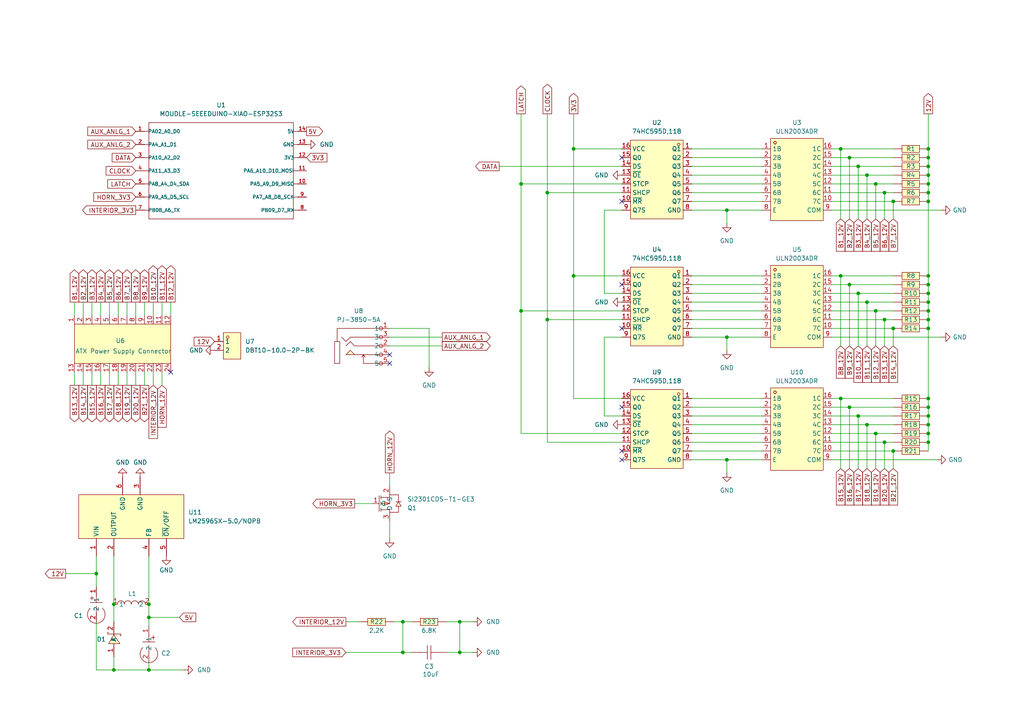
<source format=kicad_sch>
(kicad_sch (version 20231120) (generator "eeschema") (generator_version "8.0")
  (paper "A4")
  (lib_symbols
    (symbol "MOUDLE-SEEEDUINO-XIAO-ESP32S3:MOUDLE-SEEEDUINO-XIAO-ESP32S3" (pin_names (offset 1.016))
      (property "Reference" "U" (at -21.59 15.24 0))
      (property "Value" "MOUDLE-SEEEDUINO-XIAO-ESP32S3" (at -21.59 13.97 0))
      (symbol "MOUDLE-SEEEDUINO-XIAO-ESP32S3_0_0"
        (pin bidirectional line (at -25.4 11.43 0) (length 2.54) (name "PA02_A0_D0") (number "1"))
        (pin bidirectional line (at 24.13 -3.81 180) (length 2.54) (name "PA5_A9_D9_MISO") (number "10"))
        (pin bidirectional line (at 24.13 0 180) (length 2.54) (name "PA6_A10_D10_MOSI") (number "11"))
        (pin bidirectional line (at 24.13 3.81 180) (length 2.54) (name "3V3") (number "12"))
        (pin bidirectional line (at 24.13 7.62 180) (length 2.54) (name "GND") (number "13"))
        (pin bidirectional line (at 24.13 11.43 180) (length 2.54) (name "5V") (number "14"))
        (pin bidirectional line (at -25.4 7.62 0) (length 2.54) (name "PA4_A1_D1") (number "2"))
        (pin bidirectional line (at -25.4 3.81 0) (length 2.54) (name "PA10_A2_D2") (number "3"))
        (pin bidirectional line (at -25.4 0 0) (length 2.54) (name "PA11_A3_D3") (number "4"))
        (pin bidirectional line (at -25.4 -3.81 0) (length 2.54) (name "PA8_A4_D4_SDA") (number "5"))
        (pin bidirectional line (at -25.4 -7.62 0) (length 2.54) (name "PA9_A5_D5_SCL") (number "6"))
        (pin bidirectional line (at -25.4 -11.43 0) (length 2.54) (name "PB08_A6_TX") (number "7"))
        (pin bidirectional line (at 24.13 -11.43 180) (length 2.54) (name "PB09_D7_RX") (number "8"))
        (pin bidirectional line (at 24.13 -7.62 180) (length 2.54) (name "PA7_A8_D8_SCK") (number "9"))
      )
    )
    (symbol "easyeda2kicad:0603WAF1001T5E" (pin_numbers hide) (pin_names hide)
      (property "Reference" "R" (at 0 5.08 0))
      (property "Value" "0603WAF1001T5E" (at 0 -5.08 0))
      (symbol "0603WAF1001T5E_0_1"
        (pin input line (at -5.08 0 0) (length 2.54) (name "1") (number "1"))
        (pin input line (at 5.08 0 180) (length 2.54) (name "2") (number "2"))
      )
    )
    (symbol "easyeda2kicad:0603WAF2201T5E" (pin_numbers hide) (pin_names hide)
      (property "Reference" "R" (at 0 5.08 0))
      (property "Value" "0603WAF2201T5E" (at 0 -5.08 0))
      (symbol "0603WAF2201T5E_0_1"
        (pin input line (at -5.08 0 0) (length 2.54) (name "1") (number "1"))
        (pin input line (at 5.08 0 180) (length 2.54) (name "2") (number "2"))
      )
    )
    (symbol "easyeda2kicad:0603WAF6801T5E" (pin_numbers hide) (pin_names hide)
      (property "Reference" "R" (at 0 5.08 0))
      (property "Value" "0603WAF6801T5E" (at 0 -5.08 0))
      (symbol "0603WAF6801T5E_0_1"
        (pin input line (at -5.08 0 0) (length 2.54) (name "1") (number "1"))
        (pin input line (at 5.08 0 180) (length 2.54) (name "2") (number "2"))
      )
    )
    (symbol "easyeda2kicad:74HC595D,118"
      (property "Reference" "U" (at 0 13.97 0))
      (property "Value" "74HC595D,118" (at 0 -13.97 0))
      (symbol "74HC595D,118_0_1"
        (pin unspecified line (at -10.16 8.89 0) (length 2.54) (name "Q1") (number "1"))
        (pin unspecified line (at 10.16 -6.35 180) (length 2.54) (name "~{MR}") (number "10"))
        (pin unspecified line (at 10.16 -3.81 180) (length 2.54) (name "SHCP") (number "11"))
        (pin unspecified line (at 10.16 -1.27 180) (length 2.54) (name "STCP") (number "12"))
        (pin unspecified line (at 10.16 1.27 180) (length 2.54) (name "~{OE}") (number "13"))
        (pin unspecified line (at 10.16 3.81 180) (length 2.54) (name "DS") (number "14"))
        (pin unspecified line (at 10.16 6.35 180) (length 2.54) (name "Q0") (number "15"))
        (pin unspecified line (at 10.16 8.89 180) (length 2.54) (name "VCC") (number "16"))
        (pin unspecified line (at -10.16 6.35 0) (length 2.54) (name "Q2") (number "2"))
        (pin unspecified line (at -10.16 3.81 0) (length 2.54) (name "Q3") (number "3"))
        (pin unspecified line (at -10.16 1.27 0) (length 2.54) (name "Q4") (number "4"))
        (pin unspecified line (at -10.16 -1.27 0) (length 2.54) (name "Q5") (number "5"))
        (pin unspecified line (at -10.16 -3.81 0) (length 2.54) (name "Q6") (number "6"))
        (pin unspecified line (at -10.16 -6.35 0) (length 2.54) (name "Q7") (number "7"))
        (pin unspecified line (at -10.16 -8.89 0) (length 2.54) (name "GND") (number "8"))
        (pin unspecified line (at 10.16 -8.89 180) (length 2.54) (name "Q7S") (number "9"))
      )
    )
    (symbol "easyeda2kicad:ATX-24-Sparkfun"
      (property "Reference" "U" (at 0 1.016 0))
      (property "Value" "ATX Power Supply Connector" (at 0.508 -1.524 0))
      (property "Footprint" "custom:ATX-Sparkfun" (at -3.81 0 0))
      (symbol "ATX-24-Sparkfun_1_1"
        (pin bidirectional line (at -13.97 8.89 270) (length 2.54) (name "") (number "1"))
        (pin bidirectional line (at 8.89 8.89 270) (length 2.54) (name "") (number "10"))
        (pin bidirectional line (at 11.43 8.89 270) (length 2.54) (name "") (number "11"))
        (pin bidirectional line (at 13.97 8.89 270) (length 2.54) (name "") (number "12"))
        (pin bidirectional line (at -13.97 -7.62 90) (length 2.54) (name "") (number "13"))
        (pin bidirectional line (at -11.43 -7.62 90) (length 2.54) (name "") (number "14"))
        (pin bidirectional line (at -8.89 -7.62 90) (length 2.54) (name "") (number "15"))
        (pin bidirectional line (at -6.35 -7.62 90) (length 2.54) (name "") (number "16"))
        (pin bidirectional line (at -3.81 -7.62 90) (length 2.54) (name "") (number "17"))
        (pin bidirectional line (at -1.27 -7.62 90) (length 2.54) (name "") (number "18"))
        (pin bidirectional line (at 1.27 -7.62 90) (length 2.54) (name "") (number "19"))
        (pin bidirectional line (at -11.43 8.89 270) (length 2.54) (name "") (number "2"))
        (pin bidirectional line (at 3.81 -7.62 90) (length 2.54) (name "") (number "20"))
        (pin bidirectional line (at 6.35 -7.62 90) (length 2.54) (name "") (number "21"))
        (pin bidirectional line (at 8.89 -7.62 90) (length 2.54) (name "") (number "22"))
        (pin bidirectional line (at 11.43 -7.62 90) (length 2.54) (name "") (number "23"))
        (pin bidirectional line (at 13.97 -7.62 90) (length 2.54) (name "") (number "24"))
        (pin bidirectional line (at -8.89 8.89 270) (length 2.54) (name "") (number "3"))
        (pin bidirectional line (at -6.35 8.89 270) (length 2.54) (name "") (number "4"))
        (pin bidirectional line (at -3.81 8.89 270) (length 2.54) (name "") (number "5"))
        (pin bidirectional line (at -1.27 8.89 270) (length 2.54) (name "") (number "6"))
        (pin bidirectional line (at 1.27 8.89 270) (length 2.54) (name "") (number "7"))
        (pin bidirectional line (at 3.81 8.89 270) (length 2.54) (name "") (number "8"))
        (pin bidirectional line (at 6.35 8.89 270) (length 2.54) (name "") (number "9"))
      )
    )
    (symbol "easyeda2kicad:CL10A106MA8NRNC" (pin_numbers hide) (pin_names hide)
      (property "Reference" "C" (at 0 5.08 0))
      (property "Value" "CL10A106MA8NRNC" (at 0 -5.08 0))
      (symbol "CL10A106MA8NRNC_0_1"
        (pin unspecified line (at -5.08 0 0) (length 2.54) (name "1") (number "1"))
        (pin unspecified line (at 5.08 0 180) (length 2.54) (name "2") (number "2"))
      )
    )
    (symbol "easyeda2kicad:DBT10-10.0-2P-BK"
      (property "Reference" "U" (at 0 6.35 0))
      (property "Value" "DBT10-10.0-2P-BK" (at 0 -6.35 0))
      (symbol "DBT10-10.0-2P-BK_0_1"
        (pin unspecified line (at -5.08 1.27 0) (length 2.54) (name "1") (number "1"))
        (pin unspecified line (at -5.08 -1.27 0) (length 2.54) (name "2") (number "2"))
      )
    )
    (symbol "easyeda2kicad:GVT1V227M0810CNVC"
      (property "Reference" "C" (at 0 5.08 0))
      (property "Value" "GVT1V227M0810CNVC" (at 0 -5.08 0))
      (symbol "GVT1V227M0810CNVC_0_1"
        (pin input line (at -5.08 0 0) (length 2.54) (name "1") (number "1"))
        (pin input line (at 5.08 0 180) (length 2.54) (name "2") (number "2"))
      )
    )
    (symbol "easyeda2kicad:LM2596SX-5.0_NOPB"
      (property "Reference" "U" (at 0 15.24 0))
      (property "Value" "LM2596SX-5.0/NOPB" (at 0 -15.24 0))
      (symbol "LM2596SX-5.0_NOPB_0_1"
        (pin unspecified line (at 11.43 -10.16 180) (length 5.08) (name "VIN") (number "1"))
        (pin unspecified line (at 11.43 -5.08 180) (length 5.08) (name "OUTPUT") (number "2"))
        (pin unspecified line (at -11.43 2.54 0) (length 5.08) (name "GND") (number "3"))
        (pin unspecified line (at 11.43 5.08 180) (length 5.08) (name "FB") (number "4"))
        (pin unspecified line (at 11.43 10.16 180) (length 5.08) (name "~{ON}/OFF") (number "5"))
        (pin unspecified line (at -11.43 -2.54 0) (length 5.08) (name "GND") (number "6"))
      )
    )
    (symbol "easyeda2kicad:NBMC1045N-101M"
      (property "Reference" "L" (at 0 5.08 0))
      (property "Value" "NBMC1045N-101M" (at 0 -5.08 0))
      (symbol "NBMC1045N-101M_0_1"
        (pin unspecified line (at -5.08 0 0) (length 1.016) (name "1") (number "1"))
        (pin unspecified line (at 5.08 0 180) (length 1.016) (name "2") (number "2"))
      )
    )
    (symbol "easyeda2kicad:PJ-3850-5A"
      (property "Reference" "U" (at 0 10.16 0))
      (property "Value" "PJ-3850-5A" (at 0 -10.16 0))
      (symbol "PJ-3850-5A_0_1"
        (pin input line (at 7.62 5.08 180) (length 2.54) (name "1") (number "1"))
        (pin input line (at 7.62 0 180) (length 2.54) (name "2") (number "2"))
        (pin input line (at 7.62 2.54 180) (length 2.54) (name "3") (number "3"))
        (pin input line (at 7.62 -2.54 180) (length 2.54) (name "4") (number "4"))
        (pin input line (at 7.62 -5.08 180) (length 2.54) (name "5") (number "5"))
      )
    )
    (symbol "easyeda2kicad:SI2301CDS-T1-GE3"
      (property "Reference" "Q" (at 0 10.16 0))
      (property "Value" "SI2301CDS-T1-GE3" (at 0 -10.16 0))
      (symbol "SI2301CDS-T1-GE3_0_1"
        (pin unspecified line (at -3.81 0 0) (length 2.032) (name "G") (number "1"))
        (pin unspecified line (at 1.27 -5.08 90) (length 2.54) (name "S") (number "2"))
        (pin unspecified line (at 1.27 5.08 270) (length 2.54) (name "D") (number "3"))
      )
    )
    (symbol "easyeda2kicad:SS54_C22452"
      (property "Reference" "D" (at 0 5.08 0))
      (property "Value" "SS54_C22452" (at 0 -5.08 0))
      (symbol "SS54_C22452_0_1"
        (pin unspecified line (at 5.08 0 180) (length 3.81) (name "A") (number "1"))
        (pin unspecified line (at -5.08 0 0) (length 3.81) (name "K") (number "2"))
      )
    )
    (symbol "easyeda2kicad:ULN2003ADR"
      (property "Reference" "U" (at 0 13.97 0))
      (property "Value" "ULN2003ADR" (at 0 -13.97 0))
      (symbol "ULN2003ADR_0_1"
        (pin unspecified line (at -10.16 8.89 0) (length 2.54) (name "1B") (number "1"))
        (pin unspecified line (at 10.16 -6.35 180) (length 2.54) (name "7C") (number "10"))
        (pin unspecified line (at 10.16 -3.81 180) (length 2.54) (name "6C") (number "11"))
        (pin unspecified line (at 10.16 -1.27 180) (length 2.54) (name "5C") (number "12"))
        (pin unspecified line (at 10.16 1.27 180) (length 2.54) (name "4C") (number "13"))
        (pin unspecified line (at 10.16 3.81 180) (length 2.54) (name "3C") (number "14"))
        (pin unspecified line (at 10.16 6.35 180) (length 2.54) (name "2C") (number "15"))
        (pin unspecified line (at 10.16 8.89 180) (length 2.54) (name "1C") (number "16"))
        (pin unspecified line (at -10.16 6.35 0) (length 2.54) (name "2B") (number "2"))
        (pin unspecified line (at -10.16 3.81 0) (length 2.54) (name "3B") (number "3"))
        (pin unspecified line (at -10.16 1.27 0) (length 2.54) (name "4B") (number "4"))
        (pin unspecified line (at -10.16 -1.27 0) (length 2.54) (name "5B") (number "5"))
        (pin unspecified line (at -10.16 -3.81 0) (length 2.54) (name "6B") (number "6"))
        (pin unspecified line (at -10.16 -6.35 0) (length 2.54) (name "7B") (number "7"))
        (pin unspecified line (at -10.16 -8.89 0) (length 2.54) (name "E") (number "8"))
        (pin unspecified line (at 10.16 -8.89 180) (length 2.54) (name "COM") (number "9"))
      )
    )
    (symbol "power:GND" (power) (pin_numbers hide) (pin_names (offset 0) hide)
      (property "Value" "GND" (at 0 -3.81 0))
      (symbol "GND_1_1"
        (pin power_in line (at 0 0 270) (length 0) (name "~") (number "1"))
      )
    )
  )
  (junction (at 33.02 175.26))
  (junction (at 259.08 130.81))
  (junction (at 133.35 180.34))
  (junction (at 151.13 53.34))
  (junction (at 166.37 43.18))
  (junction (at 210.82 133.35))
  (junction (at 246.38 82.55))
  (junction (at 269.24 50.8))
  (junction (at 269.24 120.65))
  (junction (at 269.24 80.01))
  (junction (at 246.38 45.72))
  (junction (at 256.54 55.88))
  (junction (at 166.37 80.01))
  (junction (at 210.82 97.79))
  (junction (at 251.46 87.63))
  (junction (at 246.38 118.11))
  (junction (at 133.35 189.23))
  (junction (at 243.84 80.01))
  (junction (at 254 125.73))
  (junction (at 248.92 120.65))
  (junction (at 243.84 115.57))
  (junction (at 269.24 45.72))
  (junction (at 269.24 95.25))
  (junction (at 259.08 58.42))
  (junction (at 251.46 123.19))
  (junction (at 269.24 115.57))
  (junction (at 269.24 48.26))
  (junction (at 151.13 90.17))
  (junction (at 254 90.17))
  (junction (at 243.84 43.18))
  (junction (at 269.24 92.71))
  (junction (at 33.02 194.31))
  (junction (at 116.84 189.23))
  (junction (at 27.94 166.37))
  (junction (at 269.24 90.17))
  (junction (at 269.24 123.19))
  (junction (at 43.18 194.31))
  (junction (at 269.24 128.27))
  (junction (at 256.54 128.27))
  (junction (at 269.24 85.09))
  (junction (at 269.24 82.55))
  (junction (at 269.24 58.42))
  (junction (at 269.24 53.34))
  (junction (at 269.24 118.11))
  (junction (at 43.18 179.07))
  (junction (at 158.75 55.88))
  (junction (at 158.75 92.71))
  (junction (at 254 53.34))
  (junction (at 269.24 87.63))
  (junction (at 116.84 180.34))
  (junction (at 210.82 60.96))
  (junction (at 248.92 48.26))
  (junction (at 269.24 43.18))
  (junction (at 269.24 125.73))
  (junction (at 256.54 92.71))
  (junction (at 259.08 95.25))
  (junction (at 248.92 85.09))
  (junction (at 251.46 50.8))
  (junction (at 43.18 175.26))
  (junction (at 269.24 55.88))
  (no_connect (at 113.03 102.87))
  (no_connect (at 180.34 118.11))
  (no_connect (at 180.34 95.25))
  (no_connect (at 49.53 107.95))
  (no_connect (at 180.34 82.55))
  (no_connect (at 180.34 133.35))
  (no_connect (at 180.34 58.42))
  (no_connect (at 113.03 105.41))
  (no_connect (at 180.34 130.81))
  (no_connect (at 180.34 45.72))
  (wire (pts (xy 200.66 80.01) (xy 220.98 80.01)))
  (wire (pts (xy 166.37 43.18) (xy 166.37 80.01)))
  (wire (pts (xy 241.3 82.55) (xy 246.38 82.55)))
  (wire (pts (xy 43.18 194.31) (xy 53.34 194.31)))
  (wire (pts (xy 269.24 120.65) (xy 269.24 123.19)))
  (wire (pts (xy 259.08 95.25) (xy 259.08 100.33)))
  (wire (pts (xy 256.54 55.88) (xy 259.08 55.88)))
  (wire (pts (xy 246.38 45.72) (xy 246.38 63.5)))
  (wire (pts (xy 151.13 90.17) (xy 151.13 125.73)))
  (wire (pts (xy 200.66 130.81) (xy 220.98 130.81)))
  (wire (pts (xy 27.94 180.34) (xy 27.94 194.31)))
  (wire (pts (xy 241.3 55.88) (xy 256.54 55.88)))
  (wire (pts (xy 241.3 123.19) (xy 251.46 123.19)))
  (wire (pts (xy 210.82 97.79) (xy 220.98 97.79)))
  (wire (pts (xy 43.18 191.77) (xy 43.18 194.31)))
  (wire (pts (xy 243.84 80.01) (xy 243.84 100.33)))
  (wire (pts (xy 29.21 111.76) (xy 29.21 107.95)))
  (wire (pts (xy 44.45 111.76) (xy 44.45 107.95)))
  (wire (pts (xy 269.24 128.27) (xy 269.24 130.81)))
  (wire (pts (xy 241.3 43.18) (xy 243.84 43.18)))
  (wire (pts (xy 246.38 118.11) (xy 259.08 118.11)))
  (wire (pts (xy 33.02 194.31) (xy 33.02 190.5)))
  (wire (pts (xy 33.02 175.26) (xy 33.02 180.34)))
  (wire (pts (xy 200.66 120.65) (xy 220.98 120.65)))
  (wire (pts (xy 33.02 194.31) (xy 43.18 194.31)))
  (wire (pts (xy 43.18 179.07) (xy 43.18 181.61)))
  (wire (pts (xy 158.75 128.27) (xy 158.75 92.71)))
  (wire (pts (xy 46.99 111.76) (xy 46.99 107.95)))
  (wire (pts (xy 241.3 97.79) (xy 273.05 97.79)))
  (wire (pts (xy 36.83 87.63) (xy 36.83 91.44)))
  (wire (pts (xy 41.91 111.76) (xy 41.91 107.95)))
  (wire (pts (xy 175.26 60.96) (xy 175.26 85.09)))
  (wire (pts (xy 27.94 166.37) (xy 27.94 170.18)))
  (wire (pts (xy 180.34 97.79) (xy 175.26 97.79)))
  (wire (pts (xy 116.84 189.23) (xy 119.38 189.23)))
  (wire (pts (xy 241.3 115.57) (xy 243.84 115.57)))
  (wire (pts (xy 34.29 111.76) (xy 34.29 107.95)))
  (wire (pts (xy 241.3 128.27) (xy 256.54 128.27)))
  (wire (pts (xy 21.59 111.76) (xy 21.59 107.95)))
  (wire (pts (xy 246.38 118.11) (xy 246.38 135.89)))
  (wire (pts (xy 33.02 161.29) (xy 33.02 175.26)))
  (wire (pts (xy 269.24 118.11) (xy 269.24 120.65)))
  (wire (pts (xy 269.24 48.26) (xy 269.24 50.8)))
  (wire (pts (xy 269.24 85.09) (xy 269.24 87.63)))
  (wire (pts (xy 248.92 120.65) (xy 259.08 120.65)))
  (wire (pts (xy 180.34 80.01) (xy 166.37 80.01)))
  (wire (pts (xy 210.82 101.6) (xy 210.82 97.79)))
  (wire (pts (xy 113.03 95.25) (xy 124.46 95.25)))
  (wire (pts (xy 210.82 60.96) (xy 220.98 60.96)))
  (wire (pts (xy 269.24 123.19) (xy 269.24 125.73)))
  (wire (pts (xy 246.38 82.55) (xy 246.38 100.33)))
  (wire (pts (xy 251.46 50.8) (xy 251.46 63.5)))
  (wire (pts (xy 43.18 161.29) (xy 43.18 175.26)))
  (wire (pts (xy 269.24 43.18) (xy 269.24 45.72)))
  (wire (pts (xy 243.84 43.18) (xy 259.08 43.18)))
  (wire (pts (xy 200.66 43.18) (xy 220.98 43.18)))
  (wire (pts (xy 246.38 82.55) (xy 259.08 82.55)))
  (wire (pts (xy 36.83 111.76) (xy 36.83 107.95)))
  (wire (pts (xy 158.75 92.71) (xy 158.75 55.88)))
  (wire (pts (xy 180.34 60.96) (xy 175.26 60.96)))
  (wire (pts (xy 180.34 43.18) (xy 166.37 43.18)))
  (wire (pts (xy 251.46 123.19) (xy 259.08 123.19)))
  (wire (pts (xy 269.24 50.8) (xy 269.24 53.34)))
  (wire (pts (xy 254 125.73) (xy 254 135.89)))
  (wire (pts (xy 200.66 95.25) (xy 220.98 95.25)))
  (wire (pts (xy 124.46 95.25) (xy 124.46 106.68)))
  (wire (pts (xy 241.3 118.11) (xy 246.38 118.11)))
  (wire (pts (xy 133.35 189.23) (xy 137.16 189.23)))
  (wire (pts (xy 241.3 60.96) (xy 273.05 60.96)))
  (wire (pts (xy 19.05 166.37) (xy 27.94 166.37)))
  (wire (pts (xy 256.54 55.88) (xy 256.54 63.5)))
  (wire (pts (xy 102.87 146.05) (xy 107.95 146.05)))
  (wire (pts (xy 26.67 87.63) (xy 26.67 91.44)))
  (wire (pts (xy 243.84 43.18) (xy 243.84 63.5)))
  (wire (pts (xy 241.3 92.71) (xy 256.54 92.71)))
  (wire (pts (xy 200.66 60.96) (xy 210.82 60.96)))
  (wire (pts (xy 254 53.34) (xy 259.08 53.34)))
  (wire (pts (xy 24.13 111.76) (xy 24.13 107.95)))
  (wire (pts (xy 241.3 125.73) (xy 254 125.73)))
  (wire (pts (xy 133.35 180.34) (xy 137.16 180.34)))
  (wire (pts (xy 241.3 58.42) (xy 259.08 58.42)))
  (wire (pts (xy 116.84 180.34) (xy 119.38 180.34)))
  (wire (pts (xy 241.3 130.81) (xy 259.08 130.81)))
  (wire (pts (xy 248.92 85.09) (xy 248.92 100.33)))
  (wire (pts (xy 241.3 80.01) (xy 243.84 80.01)))
  (wire (pts (xy 133.35 180.34) (xy 133.35 189.23)))
  (wire (pts (xy 39.37 87.63) (xy 39.37 91.44)))
  (wire (pts (xy 248.92 48.26) (xy 259.08 48.26)))
  (wire (pts (xy 129.54 180.34) (xy 133.35 180.34)))
  (wire (pts (xy 43.18 179.07) (xy 52.07 179.07)))
  (wire (pts (xy 251.46 50.8) (xy 259.08 50.8)))
  (wire (pts (xy 180.34 128.27) (xy 158.75 128.27)))
  (wire (pts (xy 166.37 80.01) (xy 166.37 115.57)))
  (wire (pts (xy 151.13 33.02) (xy 151.13 53.34)))
  (wire (pts (xy 243.84 80.01) (xy 259.08 80.01)))
  (wire (pts (xy 180.34 115.57) (xy 166.37 115.57)))
  (wire (pts (xy 210.82 137.16) (xy 210.82 133.35)))
  (wire (pts (xy 100.33 180.34) (xy 104.14 180.34)))
  (wire (pts (xy 254 125.73) (xy 259.08 125.73)))
  (wire (pts (xy 210.82 133.35) (xy 220.98 133.35)))
  (wire (pts (xy 254 90.17) (xy 259.08 90.17)))
  (wire (pts (xy 100.33 189.23) (xy 116.84 189.23)))
  (wire (pts (xy 269.24 95.25) (xy 269.24 115.57)))
  (wire (pts (xy 269.24 115.57) (xy 269.24 118.11)))
  (wire (pts (xy 248.92 85.09) (xy 259.08 85.09)))
  (wire (pts (xy 243.84 115.57) (xy 259.08 115.57)))
  (wire (pts (xy 251.46 123.19) (xy 251.46 135.89)))
  (wire (pts (xy 241.3 87.63) (xy 251.46 87.63)))
  (wire (pts (xy 269.24 58.42) (xy 269.24 80.01)))
  (wire (pts (xy 200.66 55.88) (xy 220.98 55.88)))
  (wire (pts (xy 113.03 100.33) (xy 128.27 100.33)))
  (wire (pts (xy 175.26 97.79) (xy 175.26 120.65)))
  (wire (pts (xy 200.66 58.42) (xy 220.98 58.42)))
  (wire (pts (xy 241.3 45.72) (xy 246.38 45.72)))
  (wire (pts (xy 151.13 53.34) (xy 151.13 90.17)))
  (wire (pts (xy 158.75 55.88) (xy 158.75 33.02)))
  (wire (pts (xy 151.13 125.73) (xy 180.34 125.73)))
  (wire (pts (xy 243.84 115.57) (xy 243.84 135.89)))
  (wire (pts (xy 113.03 137.16) (xy 113.03 140.97)))
  (wire (pts (xy 200.66 97.79) (xy 210.82 97.79)))
  (wire (pts (xy 254 53.34) (xy 254 63.5)))
  (wire (pts (xy 24.13 87.63) (xy 24.13 91.44)))
  (wire (pts (xy 259.08 58.42) (xy 259.08 63.5)))
  (wire (pts (xy 200.66 118.11) (xy 220.98 118.11)))
  (wire (pts (xy 269.24 92.71) (xy 269.24 95.25)))
  (wire (pts (xy 200.66 87.63) (xy 220.98 87.63)))
  (wire (pts (xy 241.3 85.09) (xy 248.92 85.09)))
  (wire (pts (xy 256.54 128.27) (xy 256.54 135.89)))
  (wire (pts (xy 44.45 87.63) (xy 44.45 91.44)))
  (wire (pts (xy 200.66 50.8) (xy 220.98 50.8)))
  (wire (pts (xy 144.78 48.26) (xy 180.34 48.26)))
  (wire (pts (xy 31.75 111.76) (xy 31.75 107.95)))
  (wire (pts (xy 200.66 92.71) (xy 220.98 92.71)))
  (wire (pts (xy 31.75 87.63) (xy 31.75 91.44)))
  (wire (pts (xy 241.3 50.8) (xy 251.46 50.8)))
  (wire (pts (xy 166.37 33.02) (xy 166.37 43.18)))
  (wire (pts (xy 269.24 33.02) (xy 269.24 43.18)))
  (wire (pts (xy 43.18 175.26) (xy 43.18 179.07)))
  (wire (pts (xy 27.94 161.29) (xy 27.94 166.37)))
  (wire (pts (xy 39.37 111.76) (xy 39.37 107.95)))
  (wire (pts (xy 46.99 87.63) (xy 46.99 91.44)))
  (wire (pts (xy 200.66 48.26) (xy 220.98 48.26)))
  (wire (pts (xy 248.92 120.65) (xy 248.92 135.89)))
  (wire (pts (xy 180.34 55.88) (xy 158.75 55.88)))
  (wire (pts (xy 269.24 80.01) (xy 269.24 82.55)))
  (wire (pts (xy 269.24 53.34) (xy 269.24 55.88)))
  (wire (pts (xy 269.24 87.63) (xy 269.24 90.17)))
  (wire (pts (xy 269.24 125.73) (xy 269.24 128.27)))
  (wire (pts (xy 27.94 194.31) (xy 33.02 194.31)))
  (wire (pts (xy 180.34 120.65) (xy 175.26 120.65)))
  (wire (pts (xy 151.13 90.17) (xy 180.34 90.17)))
  (wire (pts (xy 251.46 87.63) (xy 259.08 87.63)))
  (wire (pts (xy 200.66 45.72) (xy 220.98 45.72)))
  (wire (pts (xy 269.24 55.88) (xy 269.24 58.42)))
  (wire (pts (xy 246.38 45.72) (xy 259.08 45.72)))
  (wire (pts (xy 21.59 87.63) (xy 21.59 91.44)))
  (wire (pts (xy 200.66 123.19) (xy 220.98 123.19)))
  (wire (pts (xy 256.54 92.71) (xy 256.54 100.33)))
  (wire (pts (xy 34.29 87.63) (xy 34.29 91.44)))
  (wire (pts (xy 200.66 82.55) (xy 220.98 82.55)))
  (wire (pts (xy 29.21 87.63) (xy 29.21 91.44)))
  (wire (pts (xy 180.34 85.09) (xy 175.26 85.09)))
  (wire (pts (xy 269.24 90.17) (xy 269.24 92.71)))
  (wire (pts (xy 49.53 87.63) (xy 49.53 91.44)))
  (wire (pts (xy 241.3 95.25) (xy 259.08 95.25)))
  (wire (pts (xy 269.24 45.72) (xy 269.24 48.26)))
  (wire (pts (xy 41.91 87.63) (xy 41.91 91.44)))
  (wire (pts (xy 116.84 189.23) (xy 116.84 180.34)))
  (wire (pts (xy 200.66 85.09) (xy 220.98 85.09)))
  (wire (pts (xy 151.13 53.34) (xy 180.34 53.34)))
  (wire (pts (xy 26.67 111.76) (xy 26.67 107.95)))
  (wire (pts (xy 241.3 133.35) (xy 271.78 133.35)))
  (wire (pts (xy 256.54 92.71) (xy 259.08 92.71)))
  (wire (pts (xy 269.24 82.55) (xy 269.24 85.09)))
  (wire (pts (xy 241.3 53.34) (xy 254 53.34)))
  (wire (pts (xy 200.66 128.27) (xy 220.98 128.27)))
  (wire (pts (xy 251.46 87.63) (xy 251.46 100.33)))
  (wire (pts (xy 210.82 60.96) (xy 210.82 64.77)))
  (wire (pts (xy 259.08 130.81) (xy 259.08 135.89)))
  (wire (pts (xy 113.03 151.13) (xy 113.03 156.21)))
  (wire (pts (xy 248.92 48.26) (xy 248.92 63.5)))
  (wire (pts (xy 129.54 189.23) (xy 133.35 189.23)))
  (wire (pts (xy 200.66 133.35) (xy 210.82 133.35)))
  (wire (pts (xy 114.3 180.34) (xy 116.84 180.34)))
  (wire (pts (xy 200.66 90.17) (xy 220.98 90.17)))
  (wire (pts (xy 256.54 128.27) (xy 259.08 128.27)))
  (wire (pts (xy 241.3 48.26) (xy 248.92 48.26)))
  (wire (pts (xy 200.66 115.57) (xy 220.98 115.57)))
  (wire (pts (xy 180.34 92.71) (xy 158.75 92.71)))
  (wire (pts (xy 200.66 53.34) (xy 220.98 53.34)))
  (wire (pts (xy 241.3 120.65) (xy 248.92 120.65)))
  (wire (pts (xy 241.3 90.17) (xy 254 90.17)))
  (wire (pts (xy 254 90.17) (xy 254 100.33)))
  (wire (pts (xy 113.03 97.79) (xy 128.27 97.79)))
  (wire (pts (xy 200.66 125.73) (xy 220.98 125.73)))
  (global_label "AUX_ANLG_1" (shape output) (at 128.27 97.79 0) (property "Intersheetrefs" "${INTERSHEET_REFS}" (effects (hide yes))))
  (global_label "B8_12V" (shape input) (at 243.84 100.33 270) (property "Intersheetrefs" "${INTERSHEET_REFS}" (effects (hide yes))))
  (global_label "B6_12V" (shape input) (at 256.54 63.5 270) (property "Intersheetrefs" "${INTERSHEET_REFS}" (effects (hide yes))))
  (global_label "B1_12V" (shape input) (at 243.84 63.5 270) (property "Intersheetrefs" "${INTERSHEET_REFS}" (effects (hide yes))))
  (global_label "CLOCK" (shape output) (at 158.75 33.02 90) (property "Intersheetrefs" "${INTERSHEET_REFS}" (effects (hide yes))))
  (global_label "5V" (shape input) (at 52.07 179.07 0) (property "Intersheetrefs" "${INTERSHEET_REFS}" (effects (hide yes))))
  (global_label "B5_12V" (shape output) (at 31.75 87.63 90) (property "Intersheetrefs" "${INTERSHEET_REFS}" (effects (hide yes))))
  (global_label "5V" (shape output) (at 88.9 38.1 0) (property "Intersheetrefs" "${INTERSHEET_REFS}" (effects (hide yes))))
  (global_label "B18_12V" (shape output) (at 34.29 111.76 270) (property "Intersheetrefs" "${INTERSHEET_REFS}" (effects (hide yes))))
  (global_label "INTERIOR_3V3" (shape output) (at 39.37 60.96 180) (property "Intersheetrefs" "${INTERSHEET_REFS}" (effects (hide yes))))
  (global_label "INTERIOR_12V" (shape output) (at 100.33 180.34 180) (property "Intersheetrefs" "${INTERSHEET_REFS}" (effects (hide yes))))
  (global_label "B8_12V" (shape output) (at 39.37 87.63 90) (property "Intersheetrefs" "${INTERSHEET_REFS}" (effects (hide yes))))
  (global_label "B15_12V" (shape input) (at 243.84 135.89 270) (property "Intersheetrefs" "${INTERSHEET_REFS}" (effects (hide yes))))
  (global_label "INTERIOR_12V" (shape input) (at 44.45 111.76 270) (property "Intersheetrefs" "${INTERSHEET_REFS}" (effects (hide yes))))
  (global_label "AUX_ANLG_2" (shape output) (at 128.27 100.33 0) (property "Intersheetrefs" "${INTERSHEET_REFS}" (effects (hide yes))))
  (global_label "B3_12V" (shape input) (at 248.92 63.5 270) (property "Intersheetrefs" "${INTERSHEET_REFS}" (effects (hide yes))))
  (global_label "B15_12V" (shape output) (at 26.67 111.76 270) (property "Intersheetrefs" "${INTERSHEET_REFS}" (effects (hide yes))))
  (global_label "B3_12V" (shape output) (at 26.67 87.63 90) (property "Intersheetrefs" "${INTERSHEET_REFS}" (effects (hide yes))))
  (global_label "3V3" (shape input) (at 88.9 45.72 0) (property "Intersheetrefs" "${INTERSHEET_REFS}" (effects (hide yes))))
  (global_label "HORN_12V" (shape input) (at 46.99 111.76 270) (property "Intersheetrefs" "${INTERSHEET_REFS}" (effects (hide yes))))
  (global_label "DATA" (shape input) (at 39.37 45.72 180) (property "Intersheetrefs" "${INTERSHEET_REFS}" (effects (hide yes))))
  (global_label "B9_12V" (shape output) (at 41.91 87.63 90) (property "Intersheetrefs" "${INTERSHEET_REFS}" (effects (hide yes))))
  (global_label "3V3" (shape output) (at 166.37 33.02 90) (property "Intersheetrefs" "${INTERSHEET_REFS}" (effects (hide yes))))
  (global_label "CLOCK" (shape input) (at 39.37 49.53 180) (property "Intersheetrefs" "${INTERSHEET_REFS}" (effects (hide yes))))
  (global_label "12V" (shape output) (at 19.05 166.37 180) (property "Intersheetrefs" "${INTERSHEET_REFS}" (effects (hide yes))))
  (global_label "B16_12V" (shape input) (at 246.38 135.89 270) (property "Intersheetrefs" "${INTERSHEET_REFS}" (effects (hide yes))))
  (global_label "B17_12V" (shape output) (at 31.75 111.76 270) (property "Intersheetrefs" "${INTERSHEET_REFS}" (effects (hide yes))))
  (global_label "B4_12V" (shape input) (at 251.46 63.5 270) (property "Intersheetrefs" "${INTERSHEET_REFS}" (effects (hide yes))))
  (global_label "B2_12V" (shape input) (at 246.38 63.5 270) (property "Intersheetrefs" "${INTERSHEET_REFS}" (effects (hide yes))))
  (global_label "AUX_ANLG_1" (shape input) (at 39.37 38.1 180) (property "Intersheetrefs" "${INTERSHEET_REFS}" (effects (hide yes))))
  (global_label "B12_12V" (shape input) (at 254 100.33 270) (property "Intersheetrefs" "${INTERSHEET_REFS}" (effects (hide yes))))
  (global_label "12V" (shape input) (at 62.23 99.06 180) (property "Intersheetrefs" "${INTERSHEET_REFS}" (effects (hide yes))))
  (global_label "B11_12V" (shape output) (at 46.99 87.63 90) (property "Intersheetrefs" "${INTERSHEET_REFS}" (effects (hide yes))))
  (global_label "B12_12V" (shape output) (at 49.53 87.63 90) (property "Intersheetrefs" "${INTERSHEET_REFS}" (effects (hide yes))))
  (global_label "B6_12V" (shape output) (at 34.29 87.63 90) (property "Intersheetrefs" "${INTERSHEET_REFS}" (effects (hide yes))))
  (global_label "B2_12V" (shape output) (at 24.13 87.63 90) (property "Intersheetrefs" "${INTERSHEET_REFS}" (effects (hide yes))))
  (global_label "B10_12V" (shape input) (at 248.92 100.33 270) (property "Intersheetrefs" "${INTERSHEET_REFS}" (effects (hide yes))))
  (global_label "B5_12V" (shape input) (at 254 63.5 270) (property "Intersheetrefs" "${INTERSHEET_REFS}" (effects (hide yes))))
  (global_label "LATCH" (shape output) (at 151.13 33.02 90) (property "Intersheetrefs" "${INTERSHEET_REFS}" (effects (hide yes))))
  (global_label "LATCH" (shape input) (at 39.37 53.34 180) (property "Intersheetrefs" "${INTERSHEET_REFS}" (effects (hide yes))))
  (global_label "B10_12V" (shape output) (at 44.45 87.63 90) (property "Intersheetrefs" "${INTERSHEET_REFS}" (effects (hide yes))))
  (global_label "B13_12V" (shape output) (at 21.59 111.76 270) (property "Intersheetrefs" "${INTERSHEET_REFS}" (effects (hide yes))))
  (global_label "B13_12V" (shape input) (at 256.54 100.33 270) (property "Intersheetrefs" "${INTERSHEET_REFS}" (effects (hide yes))))
  (global_label "B20_12V" (shape output) (at 39.37 111.76 270) (property "Intersheetrefs" "${INTERSHEET_REFS}" (effects (hide yes))))
  (global_label "12V" (shape output) (at 269.24 33.02 90) (property "Intersheetrefs" "${INTERSHEET_REFS}" (effects (hide yes))))
  (global_label "B7_12V" (shape input) (at 259.08 63.5 270) (property "Intersheetrefs" "${INTERSHEET_REFS}" (effects (hide yes))))
  (global_label "HORN_12V" (shape output) (at 113.03 137.16 90) (property "Intersheetrefs" "${INTERSHEET_REFS}" (effects (hide yes))))
  (global_label "B9_12V" (shape input) (at 246.38 100.33 270) (property "Intersheetrefs" "${INTERSHEET_REFS}" (effects (hide yes))))
  (global_label "B14_12V" (shape output) (at 24.13 111.76 270) (property "Intersheetrefs" "${INTERSHEET_REFS}" (effects (hide yes))))
  (global_label "B14_12V" (shape input) (at 259.08 100.33 270) (property "Intersheetrefs" "${INTERSHEET_REFS}" (effects (hide yes))))
  (global_label "B21_12V" (shape output) (at 41.91 111.76 270) (property "Intersheetrefs" "${INTERSHEET_REFS}" (effects (hide yes))))
  (global_label "HORN_3V3" (shape input) (at 39.37 57.15 180) (property "Intersheetrefs" "${INTERSHEET_REFS}" (effects (hide yes))))
  (global_label "B17_12V" (shape input) (at 248.92 135.89 270) (property "Intersheetrefs" "${INTERSHEET_REFS}" (effects (hide yes))))
  (global_label "DATA" (shape output) (at 144.78 48.26 180) (property "Intersheetrefs" "${INTERSHEET_REFS}" (effects (hide yes))))
  (global_label "B20_12V" (shape input) (at 256.54 135.89 270) (property "Intersheetrefs" "${INTERSHEET_REFS}" (effects (hide yes))))
  (global_label "B21_12V" (shape input) (at 259.08 135.89 270) (property "Intersheetrefs" "${INTERSHEET_REFS}" (effects (hide yes))))
  (global_label "HORN_3V3" (shape output) (at 102.87 146.05 180) (property "Intersheetrefs" "${INTERSHEET_REFS}" (effects (hide yes))))
  (global_label "B19_12V" (shape output) (at 36.83 111.76 270) (property "Intersheetrefs" "${INTERSHEET_REFS}" (effects (hide yes))))
  (global_label "B19_12V" (shape input) (at 254 135.89 270) (property "Intersheetrefs" "${INTERSHEET_REFS}" (effects (hide yes))))
  (global_label "B4_12V" (shape output) (at 29.21 87.63 90) (property "Intersheetrefs" "${INTERSHEET_REFS}" (effects (hide yes))))
  (global_label "INTERIOR_3V3" (shape input) (at 100.33 189.23 180) (property "Intersheetrefs" "${INTERSHEET_REFS}" (effects (hide yes))))
  (global_label "B18_12V" (shape input) (at 251.46 135.89 270) (property "Intersheetrefs" "${INTERSHEET_REFS}" (effects (hide yes))))
  (global_label "B7_12V" (shape output) (at 36.83 87.63 90) (property "Intersheetrefs" "${INTERSHEET_REFS}" (effects (hide yes))))
  (global_label "B16_12V" (shape output) (at 29.21 111.76 270) (property "Intersheetrefs" "${INTERSHEET_REFS}" (effects (hide yes))))
  (global_label "AUX_ANLG_2" (shape input) (at 39.37 41.91 180) (property "Intersheetrefs" "${INTERSHEET_REFS}" (effects (hide yes))))
  (global_label "B1_12V" (shape output) (at 21.59 87.63 90) (property "Intersheetrefs" "${INTERSHEET_REFS}" (effects (hide yes))))
  (global_label "B11_12V" (shape input) (at 251.46 100.33 270) (property "Intersheetrefs" "${INTERSHEET_REFS}" (effects (hide yes))))
  (symbol (lib_id "easyeda2kicad:0603WAF6801T5E") (at 124.46 180.34 0) (unit 1)
    (property "Reference" "R23" (at 124.46 180.34 0))
    (property "Value" "6.8K" (at 124.46 182.88 0))
    (property "Footprint" "easyeda2kicad:R0603" (effects (hide yes)))
    (property "Datasheet" "https://lcsc.com/product-detail/Chip-Resistor-Surface-Mount-UniOhm_6-8KR-6801-1_C23212.html" (effects (hide yes)))
    (property "LCSC Part" "C23212" (effects (hide yes)))
  )
  (symbol (lib_id "easyeda2kicad:LM2596SX-5.0_NOPB") (at 38.1 149.86 270) (unit 1)
    (property "Reference" "U11" (at 54.61 148.5899 90) (effects (justify left)))
    (property "Value" "LM2596SX-5.0/NOPB" (at 54.61 151.1299 90) (effects (justify left)))
    (property "Footprint" "easyeda2kicad:TO-263-5_L10.2-W8.9-P1.70-TL" (effects (hide yes)))
    (property "Datasheet" "https://lcsc.com/product-detail/DC-DC-Converters_TI_LM2596SX-5-0-NOPB_LM2596SX-5-0-NOPB_C10002.html" (effects (hide yes)))
    (property "LCSC Part" "C10002" (effects (hide yes)))
  )
  (symbol (lib_id "power:GND") (at 271.78 133.35 90) (unit 1)
    (property "Reference" "#PWR011" (effects (hide yes)))
    (property "Value" "GND" (at 275.082 133.35 90) (effects (justify right)))
    (property "Description" "Power symbol creates a global label with name \"GND\" , ground" (effects (hide yes)))
  )
  (symbol (lib_id "easyeda2kicad:GVT1V227M0810CNVC") (at 43.18 186.69 270) (unit 1)
    (property "Reference" "C2" (at 46.736 189.484 90) (effects (justify left)))
    (property "Value" "GVT1V227M0810CNVC" (effects (hide yes)))
    (property "Footprint" "easyeda2kicad:CAP-SMD_BD8.0-L8.3-W8.3-FD" (effects (hide yes)))
    (property "LCSC Part" "C2983323" (effects (hide yes)))
  )
  (symbol (lib_id "easyeda2kicad:0603WAF1001T5E") (at 264.16 123.19 0) (unit 1)
    (property "Reference" "R18" (at 264.16 123.19 0))
    (property "Value" "0603WAF1001T5E" (effects (hide yes)))
    (property "Footprint" "easyeda2kicad:R0603" (effects (hide yes)))
    (property "Datasheet" "https://lcsc.com/product-detail/Chip-Resistor-Surface-Mount-UniOhm_1KR-1001-1_C21190.html" (effects (hide yes)))
    (property "LCSC Part" "C21190" (effects (hide yes)))
  )
  (symbol (lib_id "easyeda2kicad:0603WAF1001T5E") (at 264.16 58.42 0) (unit 1)
    (property "Reference" "R7" (at 264.16 58.42 0))
    (property "Value" "0603WAF1001T5E" (effects (hide yes)))
    (property "Footprint" "easyeda2kicad:R0603" (effects (hide yes)))
    (property "Datasheet" "https://lcsc.com/product-detail/Chip-Resistor-Surface-Mount-UniOhm_1KR-1001-1_C21190.html" (effects (hide yes)))
    (property "LCSC Part" "C21190" (effects (hide yes)))
  )
  (symbol (lib_id "easyeda2kicad:0603WAF1001T5E") (at 264.16 118.11 0) (unit 1)
    (property "Reference" "R16" (at 264.16 118.11 0))
    (property "Value" "0603WAF1001T5E" (effects (hide yes)))
    (property "Footprint" "easyeda2kicad:R0603" (effects (hide yes)))
    (property "Datasheet" "https://lcsc.com/product-detail/Chip-Resistor-Surface-Mount-UniOhm_1KR-1001-1_C21190.html" (effects (hide yes)))
    (property "LCSC Part" "C21190" (effects (hide yes)))
  )
  (symbol (lib_id "power:GND") (at 210.82 64.77 0) (unit 1)
    (property "Reference" "#PWR04" (effects (hide yes)))
    (property "Value" "GND" (at 210.82 69.85 0))
    (property "Description" "Power symbol creates a global label with name \"GND\" , ground" (effects (hide yes)))
  )
  (symbol (lib_id "easyeda2kicad:0603WAF1001T5E") (at 264.16 120.65 0) (unit 1)
    (property "Reference" "R17" (at 264.16 120.65 0))
    (property "Value" "0603WAF1001T5E" (effects (hide yes)))
    (property "Footprint" "easyeda2kicad:R0603" (effects (hide yes)))
    (property "Datasheet" "https://lcsc.com/product-detail/Chip-Resistor-Surface-Mount-UniOhm_1KR-1001-1_C21190.html" (effects (hide yes)))
    (property "LCSC Part" "C21190" (effects (hide yes)))
  )
  (symbol (lib_id "easyeda2kicad:CL10A106MA8NRNC") (at 124.46 189.23 0) (unit 1)
    (property "Reference" "C3" (at 124.46 193.294 0))
    (property "Value" "10uF" (at 124.968 195.58 0))
    (property "Footprint" "easyeda2kicad:C0603" (effects (hide yes)))
    (property "Datasheet" "https://lcsc.com/product-detail/Multilayer-Ceramic-Capacitors-MLCC-SMD-SMT_SAMSUNG_CL10A106MA8NRNC_10uF-106-20-25V_C96446.html" (effects (hide yes)))
    (property "LCSC Part" "C96446" (effects (hide yes)))
  )
  (symbol (lib_id "power:GND") (at 273.05 97.79 90) (unit 1)
    (property "Reference" "#PWR06" (effects (hide yes)))
    (property "Value" "GND" (at 276.352 97.79 90) (effects (justify right)))
    (property "Description" "Power symbol creates a global label with name \"GND\" , ground" (effects (hide yes)))
  )
  (symbol (lib_id "power:GND") (at 180.34 123.19 270) (unit 1)
    (property "Reference" "#PWR010" (effects (hide yes)))
    (property "Value" "GND" (at 176.53 123.1899 90) (effects (justify right)))
    (property "Description" "Power symbol creates a global label with name \"GND\" , ground" (effects (hide yes)))
  )
  (symbol (lib_id "power:GND") (at 180.34 50.8 270) (unit 1)
    (property "Reference" "#PWR02" (effects (hide yes)))
    (property "Value" "GND" (at 176.53 50.7999 90) (effects (justify right)))
    (property "Description" "Power symbol creates a global label with name \"GND\" , ground" (effects (hide yes)))
  )
  (symbol (lib_id "easyeda2kicad:PJ-3850-5A") (at 105.41 100.33 0) (unit 1)
    (property "Reference" "U8" (at 104.015 90.17 0))
    (property "Value" "PJ-3850-5A" (at 104.015 92.71 0))
    (property "Footprint" "easyeda2kicad:AUDIO-TH_PJ-3850-5A" (effects (hide yes)))
    (property "LCSC Part" "C707255" (effects (hide yes)))
  )
  (symbol (lib_id "power:GND") (at 35.56 138.43 180) (unit 1)
    (property "Reference" "#PWR013" (effects (hide yes)))
    (property "Value" "GND" (at 33.528 134.112 0) (effects (justify right)))
    (property "Description" "Power symbol creates a global label with name \"GND\" , ground" (effects (hide yes)))
  )
  (symbol (lib_id "easyeda2kicad:GVT1V227M0810CNVC") (at 27.94 175.26 90) (mirror x) (unit 1)
    (property "Reference" "C1" (at 24.13 178.562 90) (effects (justify left)))
    (property "Value" "GVT1V227M0810CNVC" (effects (hide yes)))
    (property "Footprint" "easyeda2kicad:CAP-SMD_BD8.0-L8.3-W8.3-FD" (effects (hide yes)))
    (property "LCSC Part" "C2983323" (effects (hide yes)))
  )
  (symbol (lib_id "power:GND") (at 53.34 194.31 90) (unit 1)
    (property "Reference" "#PWR019" (effects (hide yes)))
    (property "Value" "GND" (at 57.15 194.3099 90) (effects (justify right)))
    (property "Description" "Power symbol creates a global label with name \"GND\" , ground" (effects (hide yes)))
  )
  (symbol (lib_id "easyeda2kicad:74HC595D,118") (at 190.5 88.9 0) (mirror y) (unit 1)
    (property "Reference" "U4" (at 190.5 72.39 0))
    (property "Value" "74HC595D,118" (at 190.5 74.93 0))
    (property "Footprint" "easyeda2kicad:SOIC-16_L9.9-W3.9-P1.27-LS6.0-BL" (effects (hide yes)))
    (property "Datasheet" "https://lcsc.com/product-detail/74-Series_NXP_74HC595D-118_74HC595D_C5947.html" (effects (hide yes)))
    (property "LCSC Part" "C5947" (effects (hide yes)))
  )
  (symbol (lib_id "easyeda2kicad:0603WAF1001T5E") (at 264.16 82.55 0) (unit 1)
    (property "Reference" "R9" (at 264.16 82.55 0))
    (property "Value" "0603WAF1001T5E" (effects (hide yes)))
    (property "Footprint" "easyeda2kicad:R0603" (effects (hide yes)))
    (property "Datasheet" "https://lcsc.com/product-detail/Chip-Resistor-Surface-Mount-UniOhm_1KR-1001-1_C21190.html" (effects (hide yes)))
    (property "LCSC Part" "C21190" (effects (hide yes)))
  )
  (symbol (lib_id "power:GND") (at 180.34 87.63 270) (unit 1)
    (property "Reference" "#PWR05" (effects (hide yes)))
    (property "Value" "GND" (at 176.53 87.6299 90) (effects (justify right)))
    (property "Description" "Power symbol creates a global label with name \"GND\" , ground" (effects (hide yes)))
  )
  (symbol (lib_id "easyeda2kicad:0603WAF1001T5E") (at 264.16 115.57 0) (unit 1)
    (property "Reference" "R15" (at 264.16 115.57 0))
    (property "Value" "0603WAF1001T5E" (effects (hide yes)))
    (property "Footprint" "easyeda2kicad:R0603" (effects (hide yes)))
    (property "Datasheet" "https://lcsc.com/product-detail/Chip-Resistor-Surface-Mount-UniOhm_1KR-1001-1_C21190.html" (effects (hide yes)))
    (property "LCSC Part" "C21190" (effects (hide yes)))
  )
  (symbol (lib_id "easyeda2kicad:0603WAF1001T5E") (at 264.16 80.01 0) (unit 1)
    (property "Reference" "R8" (at 264.16 80.01 0))
    (property "Value" "0603WAF1001T5E" (effects (hide yes)))
    (property "Footprint" "easyeda2kicad:R0603" (effects (hide yes)))
    (property "Datasheet" "https://lcsc.com/product-detail/Chip-Resistor-Surface-Mount-UniOhm_1KR-1001-1_C21190.html" (effects (hide yes)))
    (property "LCSC Part" "C21190" (effects (hide yes)))
  )
  (symbol (lib_id "easyeda2kicad:SI2301CDS-T1-GE3") (at 111.76 146.05 0) (mirror x) (unit 1)
    (property "Reference" "Q1" (at 118.11 147.3201 0) (effects (justify left)))
    (property "Value" "SI2301CDS-T1-GE3" (at 118.11 144.7801 0) (effects (justify left)))
    (property "Footprint" "easyeda2kicad:SOT-23-3_L3.0-W1.7-P0.95-LS2.9-BR" (effects (hide yes)))
    (property "Datasheet" "https://lcsc.com/product-detail/MOSFET_VISHAY_SI2301CDS-T1-GE3_SI2301CDS-T1-GE3_C10487.html" (effects (hide yes)))
    (property "LCSC Part" "C10487" (effects (hide yes)))
  )
  (symbol (lib_id "easyeda2kicad:0603WAF1001T5E") (at 264.16 87.63 0) (unit 1)
    (property "Reference" "R11" (at 264.16 87.63 0))
    (property "Value" "0603WAF1001T5E" (effects (hide yes)))
    (property "Footprint" "easyeda2kicad:R0603" (effects (hide yes)))
    (property "Datasheet" "https://lcsc.com/product-detail/Chip-Resistor-Surface-Mount-UniOhm_1KR-1001-1_C21190.html" (effects (hide yes)))
    (property "LCSC Part" "C21190" (effects (hide yes)))
  )
  (symbol (lib_id "easyeda2kicad:0603WAF1001T5E") (at 264.16 130.81 0) (unit 1)
    (property "Reference" "R21" (at 264.16 130.81 0))
    (property "Value" "0603WAF1001T5E" (effects (hide yes)))
    (property "Footprint" "easyeda2kicad:R0603" (effects (hide yes)))
    (property "Datasheet" "https://lcsc.com/product-detail/Chip-Resistor-Surface-Mount-UniOhm_1KR-1001-1_C21190.html" (effects (hide yes)))
    (property "LCSC Part" "C21190" (effects (hide yes)))
  )
  (symbol (lib_id "easyeda2kicad:0603WAF1001T5E") (at 264.16 128.27 0) (unit 1)
    (property "Reference" "R20" (at 264.16 128.27 0))
    (property "Value" "0603WAF1001T5E" (effects (hide yes)))
    (property "Footprint" "easyeda2kicad:R0603" (effects (hide yes)))
    (property "Datasheet" "https://lcsc.com/product-detail/Chip-Resistor-Surface-Mount-UniOhm_1KR-1001-1_C21190.html" (effects (hide yes)))
    (property "LCSC Part" "C21190" (effects (hide yes)))
  )
  (symbol (lib_id "easyeda2kicad:DBT10-10.0-2P-BK") (at 67.31 100.33 0) (unit 1)
    (property "Reference" "U7" (at 71.12 99.0599 0) (effects (justify left)))
    (property "Value" "DBT10-10.0-2P-BK" (at 71.12 101.5999 0) (effects (justify left)))
    (property "Footprint" "easyeda2kicad:CONN-TH_2P-P10.00_DBT10-10.0-2P-BK" (effects (hide yes)))
    (property "LCSC Part" "C2997277" (effects (hide yes)))
  )
  (symbol (lib_id "MOUDLE-SEEEDUINO-XIAO-ESP32S3:MOUDLE-SEEEDUINO-XIAO-ESP32S3") (at 64.77 49.53 0) (unit 1)
    (property "Reference" "U1" (at 64.135 30.48 0))
    (property "Value" "MOUDLE-SEEEDUINO-XIAO-ESP32S3" (at 64.135 33.02 0))
    (property "Footprint" "custom:XIAO-ESP32-S3-MOUNT" (effects (hide yes)))
  )
  (symbol (lib_id "easyeda2kicad:0603WAF1001T5E") (at 264.16 45.72 0) (unit 1)
    (property "Reference" "R2" (at 264.16 45.72 0))
    (property "Value" "0603WAF1001T5E" (effects (hide yes)))
    (property "Footprint" "easyeda2kicad:R0603" (effects (hide yes)))
    (property "Datasheet" "https://lcsc.com/product-detail/Chip-Resistor-Surface-Mount-UniOhm_1KR-1001-1_C21190.html" (effects (hide yes)))
    (property "LCSC Part" "C21190" (effects (hide yes)))
  )
  (symbol (lib_id "easyeda2kicad:0603WAF1001T5E") (at 264.16 48.26 0) (unit 1)
    (property "Reference" "R3" (at 264.16 48.26 0))
    (property "Value" "0603WAF1001T5E" (effects (hide yes)))
    (property "Footprint" "easyeda2kicad:R0603" (effects (hide yes)))
    (property "Datasheet" "https://lcsc.com/product-detail/Chip-Resistor-Surface-Mount-UniOhm_1KR-1001-1_C21190.html" (effects (hide yes)))
    (property "LCSC Part" "C21190" (effects (hide yes)))
  )
  (symbol (lib_id "easyeda2kicad:0603WAF1001T5E") (at 264.16 55.88 0) (unit 1)
    (property "Reference" "R6" (at 264.16 55.88 0))
    (property "Value" "0603WAF1001T5E" (effects (hide yes)))
    (property "Footprint" "easyeda2kicad:R0603" (effects (hide yes)))
    (property "Datasheet" "https://lcsc.com/product-detail/Chip-Resistor-Surface-Mount-UniOhm_1KR-1001-1_C21190.html" (effects (hide yes)))
    (property "LCSC Part" "C21190" (effects (hide yes)))
  )
  (symbol (lib_id "power:GND") (at 113.03 156.21 0) (unit 1)
    (property "Reference" "#PWR015" (effects (hide yes)))
    (property "Value" "GND" (at 113.03 161.29 0))
    (property "Description" "Power symbol creates a global label with name \"GND\" , ground" (effects (hide yes)))
  )
  (symbol (lib_id "power:GND") (at 88.9 41.91 90) (unit 1)
    (property "Reference" "#PWR01" (effects (hide yes)))
    (property "Value" "GND" (at 92.71 41.9099 90) (effects (justify right)))
    (property "Description" "Power symbol creates a global label with name \"GND\" , ground" (effects (hide yes)))
  )
  (symbol (lib_id "easyeda2kicad:0603WAF1001T5E") (at 264.16 85.09 0) (unit 1)
    (property "Reference" "R10" (at 264.16 85.09 0))
    (property "Value" "0603WAF1001T5E" (effects (hide yes)))
    (property "Footprint" "easyeda2kicad:R0603" (effects (hide yes)))
    (property "Datasheet" "https://lcsc.com/product-detail/Chip-Resistor-Surface-Mount-UniOhm_1KR-1001-1_C21190.html" (effects (hide yes)))
    (property "LCSC Part" "C21190" (effects (hide yes)))
  )
  (symbol (lib_id "easyeda2kicad:0603WAF1001T5E") (at 264.16 92.71 0) (unit 1)
    (property "Reference" "R13" (at 264.16 92.71 0))
    (property "Value" "0603WAF1001T5E" (effects (hide yes)))
    (property "Footprint" "easyeda2kicad:R0603" (effects (hide yes)))
    (property "Datasheet" "https://lcsc.com/product-detail/Chip-Resistor-Surface-Mount-UniOhm_1KR-1001-1_C21190.html" (effects (hide yes)))
    (property "LCSC Part" "C21190" (effects (hide yes)))
  )
  (symbol (lib_id "easyeda2kicad:ULN2003ADR") (at 231.14 88.9 0) (unit 1)
    (property "Reference" "U5" (at 231.14 72.39 0))
    (property "Value" "ULN2003ADR" (at 231.14 74.93 0))
    (property "Footprint" "easyeda2kicad:SOIC-16_L9.9-W3.9-P1.27-LS6.0-BL" (effects (hide yes)))
    (property "Datasheet" "https://lcsc.com/product-detail/High-CurrentDrivers_TI_ULN2003ADR_ULN2003ADR_C7512.html" (effects (hide yes)))
    (property "LCSC Part" "C7512" (effects (hide yes)))
  )
  (symbol (lib_id "easyeda2kicad:0603WAF1001T5E") (at 264.16 53.34 0) (unit 1)
    (property "Reference" "R5" (at 264.16 53.34 0))
    (property "Value" "0603WAF1001T5E" (effects (hide yes)))
    (property "Footprint" "easyeda2kicad:R0603" (effects (hide yes)))
    (property "Datasheet" "https://lcsc.com/product-detail/Chip-Resistor-Surface-Mount-UniOhm_1KR-1001-1_C21190.html" (effects (hide yes)))
    (property "LCSC Part" "C21190" (effects (hide yes)))
  )
  (symbol (lib_id "easyeda2kicad:0603WAF1001T5E") (at 264.16 50.8 0) (unit 1)
    (property "Reference" "R4" (at 264.16 50.8 0))
    (property "Value" "0603WAF1001T5E" (effects (hide yes)))
    (property "Footprint" "easyeda2kicad:R0603" (effects (hide yes)))
    (property "Datasheet" "https://lcsc.com/product-detail/Chip-Resistor-Surface-Mount-UniOhm_1KR-1001-1_C21190.html" (effects (hide yes)))
    (property "LCSC Part" "C21190" (effects (hide yes)))
  )
  (symbol (lib_id "power:GND") (at 62.23 101.6 270) (unit 1)
    (property "Reference" "#PWR07" (effects (hide yes)))
    (property "Value" "GND" (at 56.896 101.6 90))
    (property "Description" "Power symbol creates a global label with name \"GND\" , ground" (effects (hide yes)))
  )
  (symbol (lib_id "easyeda2kicad:0603WAF1001T5E") (at 264.16 125.73 0) (unit 1)
    (property "Reference" "R19" (at 264.16 125.73 0))
    (property "Value" "0603WAF1001T5E" (effects (hide yes)))
    (property "Footprint" "easyeda2kicad:R0603" (effects (hide yes)))
    (property "Datasheet" "https://lcsc.com/product-detail/Chip-Resistor-Surface-Mount-UniOhm_1KR-1001-1_C21190.html" (effects (hide yes)))
    (property "LCSC Part" "C21190" (effects (hide yes)))
  )
  (symbol (lib_id "power:GND") (at 137.16 180.34 90) (unit 1)
    (property "Reference" "#PWR017" (effects (hide yes)))
    (property "Value" "GND" (at 140.97 180.3399 90) (effects (justify right)))
    (property "Description" "Power symbol creates a global label with name \"GND\" , ground" (effects (hide yes)))
  )
  (symbol (lib_id "easyeda2kicad:0603WAF2201T5E") (at 109.22 180.34 0) (unit 1)
    (property "Reference" "R22" (at 109.22 180.34 0))
    (property "Value" "2.2K" (at 109.22 182.88 0))
    (property "Footprint" "easyeda2kicad:R0603" (effects (hide yes)))
    (property "Datasheet" "https://lcsc.com/product-detail/Chip-Resistor-Surface-Mount-UniOhm_2-2KR-2201-1_C4190.html" (effects (hide yes)))
    (property "LCSC Part" "C4190" (effects (hide yes)))
  )
  (symbol (lib_id "easyeda2kicad:0603WAF1001T5E") (at 264.16 43.18 0) (unit 1)
    (property "Reference" "R1" (at 264.16 43.18 0))
    (property "Value" "0603WAF1001T5E" (effects (hide yes)))
    (property "Footprint" "easyeda2kicad:R0603" (effects (hide yes)))
    (property "Datasheet" "https://lcsc.com/product-detail/Chip-Resistor-Surface-Mount-UniOhm_1KR-1001-1_C21190.html" (effects (hide yes)))
    (property "LCSC Part" "C21190" (effects (hide yes)))
  )
  (symbol (lib_id "power:GND") (at 124.46 106.68 0) (unit 1)
    (property "Reference" "#PWR09" (effects (hide yes)))
    (property "Value" "GND" (at 124.46 111.76 0))
    (property "Description" "Power symbol creates a global label with name \"GND\" , ground" (effects (hide yes)))
  )
  (symbol (lib_id "easyeda2kicad:NBMC1045N-101M") (at 38.1 175.26 0) (unit 1)
    (property "Reference" "L1" (at 38.354 172.212 0))
    (property "Value" "NBMC1045N-101M" (effects (hide yes)))
    (property "Footprint" "easyeda2kicad:IND-SMD_L10.3-W10.3_1274AS-H-330M" (effects (hide yes)))
    (property "LCSC Part" "C2875675" (effects (hide yes)))
  )
  (symbol (lib_id "easyeda2kicad:0603WAF1001T5E") (at 264.16 95.25 0) (unit 1)
    (property "Reference" "R14" (at 264.16 95.25 0))
    (property "Value" "0603WAF1001T5E" (effects (hide yes)))
    (property "Footprint" "easyeda2kicad:R0603" (effects (hide yes)))
    (property "Datasheet" "https://lcsc.com/product-detail/Chip-Resistor-Surface-Mount-UniOhm_1KR-1001-1_C21190.html" (effects (hide yes)))
    (property "LCSC Part" "C21190" (effects (hide yes)))
  )
  (symbol (lib_id "power:GND") (at 210.82 137.16 0) (unit 1)
    (property "Reference" "#PWR012" (effects (hide yes)))
    (property "Value" "GND" (at 210.82 142.24 0))
    (property "Description" "Power symbol creates a global label with name \"GND\" , ground" (effects (hide yes)))
  )
  (symbol (lib_id "easyeda2kicad:0603WAF1001T5E") (at 264.16 90.17 0) (unit 1)
    (property "Reference" "R12" (at 264.16 90.17 0))
    (property "Value" "0603WAF1001T5E" (effects (hide yes)))
    (property "Footprint" "easyeda2kicad:R0603" (effects (hide yes)))
    (property "Datasheet" "https://lcsc.com/product-detail/Chip-Resistor-Surface-Mount-UniOhm_1KR-1001-1_C21190.html" (effects (hide yes)))
    (property "LCSC Part" "C21190" (effects (hide yes)))
  )
  (symbol (lib_id "power:GND") (at 48.26 161.29 0) (unit 1)
    (property "Reference" "#PWR016" (effects (hide yes)))
    (property "Value" "GND" (at 48.26 165.354 0))
    (property "Description" "Power symbol creates a global label with name \"GND\" , ground" (effects (hide yes)))
  )
  (symbol (lib_id "power:GND") (at 210.82 101.6 0) (unit 1)
    (property "Reference" "#PWR08" (effects (hide yes)))
    (property "Value" "GND" (at 210.82 106.68 0))
    (property "Description" "Power symbol creates a global label with name \"GND\" , ground" (effects (hide yes)))
  )
  (symbol (lib_id "easyeda2kicad:SS54_C22452") (at 33.02 185.42 90) (mirror x) (unit 1)
    (property "Reference" "D1" (at 30.734 185.42 90) (effects (justify left)))
    (property "Value" "SS54_C22452" (effects (hide yes)))
    (property "Footprint" "easyeda2kicad:SMA_L4.4-W2.8-LS5.4-R-RD" (effects (hide yes)))
    (property "Datasheet" "https://lcsc.com/product-detail/Schottky-Barrier-Diodes-SBD_SS54_C22452.html" (effects (hide yes)))
    (property "LCSC Part" "C22452" (effects (hide yes)))
  )
  (symbol (lib_id "easyeda2kicad:ATX-24-Sparkfun") (at 35.56 100.33 0) (unit 1)
    (property "Reference" "U6" (at 33.528 98.806 0) (effects (justify left)))
    (property "Value" "ATX Power Supply Connector" (at 21.844 101.854 0) (effects (justify left)))
    (property "Footprint" "custom:ATX-Sparkfun" (effects (hide yes)))
  )
  (symbol (lib_id "power:GND") (at 40.64 138.43 180) (unit 1)
    (property "Reference" "#PWR014" (effects (hide yes)))
    (property "Value" "GND" (at 38.608 134.112 0) (effects (justify right)))
    (property "Description" "Power symbol creates a global label with name \"GND\" , ground" (effects (hide yes)))
  )
  (symbol (lib_id "power:GND") (at 137.16 189.23 90) (unit 1)
    (property "Reference" "#PWR018" (effects (hide yes)))
    (property "Value" "GND" (at 140.97 189.2299 90) (effects (justify right)))
    (property "Description" "Power symbol creates a global label with name \"GND\" , ground" (effects (hide yes)))
  )
  (symbol (lib_id "easyeda2kicad:ULN2003ADR") (at 231.14 52.07 0) (unit 1)
    (property "Reference" "U3" (at 231.14 35.56 0))
    (property "Value" "ULN2003ADR" (at 231.14 38.1 0))
    (property "Footprint" "easyeda2kicad:SOIC-16_L9.9-W3.9-P1.27-LS6.0-BL" (effects (hide yes)))
    (property "Datasheet" "https://lcsc.com/product-detail/High-CurrentDrivers_TI_ULN2003ADR_ULN2003ADR_C7512.html" (effects (hide yes)))
    (property "LCSC Part" "C7512" (effects (hide yes)))
  )
  (symbol (lib_id "easyeda2kicad:74HC595D,118") (at 190.5 52.07 0) (mirror y) (unit 1)
    (property "Reference" "U2" (at 190.5 35.56 0))
    (property "Value" "74HC595D,118" (at 190.5 38.1 0))
    (property "Footprint" "easyeda2kicad:SOIC-16_L9.9-W3.9-P1.27-LS6.0-BL" (effects (hide yes)))
    (property "Datasheet" "https://lcsc.com/product-detail/74-Series_NXP_74HC595D-118_74HC595D_C5947.html" (effects (hide yes)))
    (property "LCSC Part" "C5947" (effects (hide yes)))
  )
  (symbol (lib_id "power:GND") (at 273.05 60.96 90) (unit 1)
    (property "Reference" "#PWR03" (effects (hide yes)))
    (property "Value" "GND" (at 276.352 60.96 90) (effects (justify right)))
    (property "Description" "Power symbol creates a global label with name \"GND\" , ground" (effects (hide yes)))
  )
  (symbol (lib_id "easyeda2kicad:74HC595D,118") (at 190.5 124.46 0) (mirror y) (unit 1)
    (property "Reference" "U9" (at 190.5 107.95 0))
    (property "Value" "74HC595D,118" (at 190.5 110.49 0))
    (property "Footprint" "easyeda2kicad:SOIC-16_L9.9-W3.9-P1.27-LS6.0-BL" (effects (hide yes)))
    (property "Datasheet" "https://lcsc.com/product-detail/74-Series_NXP_74HC595D-118_74HC595D_C5947.html" (effects (hide yes)))
    (property "LCSC Part" "C5947" (effects (hide yes)))
  )
  (symbol (lib_id "easyeda2kicad:ULN2003ADR") (at 231.14 124.46 0) (unit 1)
    (property "Reference" "U10" (at 231.14 107.95 0))
    (property "Value" "ULN2003ADR" (at 231.14 110.49 0))
    (property "Footprint" "easyeda2kicad:SOIC-16_L9.9-W3.9-P1.27-LS6.0-BL" (effects (hide yes)))
    (property "Datasheet" "https://lcsc.com/product-detail/High-CurrentDrivers_TI_ULN2003ADR_ULN2003ADR_C7512.html" (effects (hide yes)))
    (property "LCSC Part" "C7512" (effects (hide yes)))
  )
)
</source>
